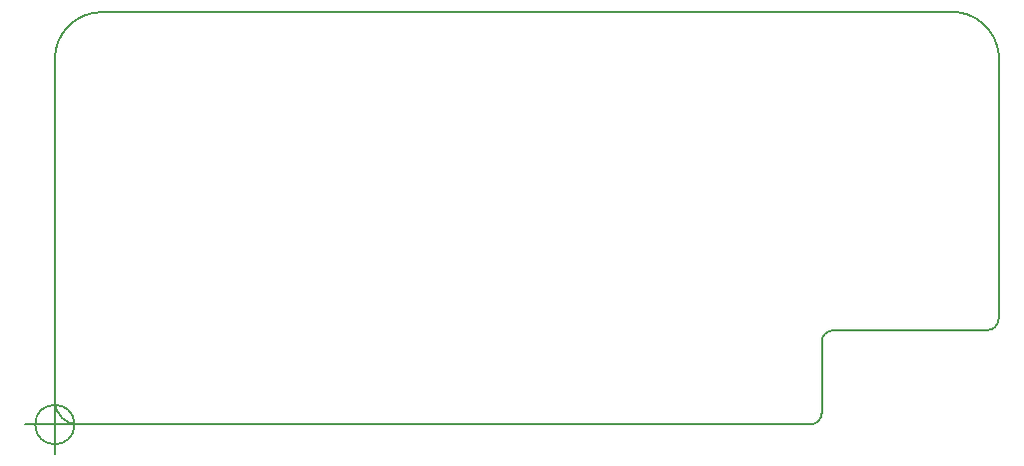
<source format=gbr>
G04 #@! TF.FileFunction,Profile,NP*
%FSLAX46Y46*%
G04 Gerber Fmt 4.6, Leading zero omitted, Abs format (unit mm)*
G04 Created by KiCad (PCBNEW 4.0.2-stable) date 10/3/2017 10:25:23 PM*
%MOMM*%
G01*
G04 APERTURE LIST*
%ADD10C,0.100000*%
%ADD11C,0.150000*%
G04 APERTURE END LIST*
D10*
D11*
X131666666Y-130000000D02*
G75*
G03X131666666Y-130000000I-1666666J0D01*
G01*
X127500000Y-130000000D02*
X132500000Y-130000000D01*
X130000000Y-127500000D02*
X130000000Y-132500000D01*
X210000000Y-99500000D02*
X210000000Y-121000000D01*
X130000000Y-99000000D02*
X130000000Y-128000000D01*
X206500000Y-95000000D02*
X134000000Y-95000000D01*
X210000000Y-99500000D02*
G75*
G03X206500000Y-95000000I-4000000J500000D01*
G01*
X134000000Y-95000000D02*
G75*
G03X130000000Y-99000000I0J-4000000D01*
G01*
X194000000Y-130000000D02*
X132000000Y-130000000D01*
X130000000Y-128000000D02*
G75*
G03X132000000Y-130000000I2000000J0D01*
G01*
X209000000Y-122000000D02*
G75*
G03X210000000Y-121000000I0J1000000D01*
G01*
X196000000Y-122000000D02*
X209000000Y-122000000D01*
X196000000Y-122000000D02*
G75*
G03X195000000Y-123000000I0J-1000000D01*
G01*
X195000000Y-129000000D02*
X195000000Y-123000000D01*
X194000000Y-130000000D02*
G75*
G03X195000000Y-129000000I0J1000000D01*
G01*
M02*

</source>
